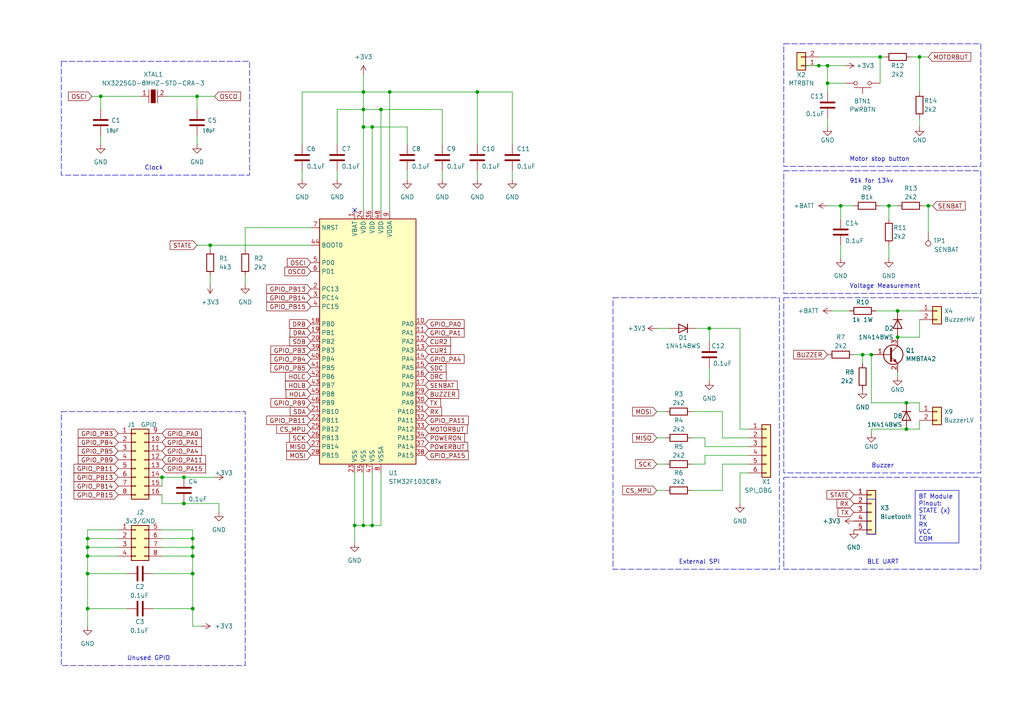
<source format=kicad_sch>
(kicad_sch (version 20230121) (generator eeschema)
  (paper "A4")
  (title_block (title "RedShift-117.6-LogicBoard-F103") (date "08.12.2023") (rev "0.1"))
  (lib_symbols
    (symbol "Connector:TestPoint" (pin_numbers hide) (pin_names (offset 0.762) hide)
      (property "Reference" "TP" (at 0 6.858 0))
      (property "Value" "TestPoint" (at 0 5.08 0))
      (symbol "TestPoint_0_1"
        (circle (center 0 3.302) (radius 0.762))
      )
      (symbol "TestPoint_1_1"
        (pin passive line (at 0 0 90) (length 2.54) (name "1") (number "1"))
      )
    )
    (symbol "Connector_Generic:Conn_01x02" (pin_names (offset 1.016) hide)
      (property "Reference" "J" (at 0 2.54 0))
      (property "Value" "Conn_01x02" (at 0 -5.08 0))
      (symbol "Conn_01x02_1_1"
        (rectangle (start -1.27 -2.413) (end 0 -2.667) (stroke (width 0.1524)))
        (rectangle (start -1.27 0.127) (end 0 -0.127) (stroke (width 0.1524)))
        (rectangle (start -1.27 1.27) (end 1.27 -3.81) (stroke (width 0.254)) (fill (type background)))
        (pin passive line (at -5.08 0 0) (length 3.81) (name "Pin_1") (number "1"))
        (pin passive line (at -5.08 -2.54 0) (length 3.81) (name "Pin_2") (number "2"))
      )
    )
    (symbol "Connector_Generic:Conn_01x05" (pin_names (offset 1.016) hide)
      (property "Reference" "J" (at 0 7.62 0))
      (property "Value" "Conn_01x05" (at 0 -7.62 0))
      (symbol "Conn_01x05_1_1"
        (rectangle (start -1.27 -4.953) (end 0 -5.207) (stroke (width 0.1524)))
        (rectangle (start -1.27 -2.413) (end 0 -2.667) (stroke (width 0.1524)))
        (rectangle (start -1.27 0.127) (end 0 -0.127) (stroke (width 0.1524)))
        (rectangle (start -1.27 2.667) (end 0 2.413) (stroke (width 0.1524)))
        (rectangle (start -1.27 5.207) (end 0 4.953) (stroke (width 0.1524)))
        (rectangle (start -1.27 6.35) (end 1.27 -6.35) (stroke (width 0.254)) (fill (type background)))
        (pin passive line (at -5.08 5.08 0) (length 3.81) (name "Pin_1") (number "1"))
        (pin passive line (at -5.08 2.54 0) (length 3.81) (name "Pin_2") (number "2"))
        (pin passive line (at -5.08 0 0) (length 3.81) (name "Pin_3") (number "3"))
        (pin passive line (at -5.08 -2.54 0) (length 3.81) (name "Pin_4") (number "4"))
        (pin passive line (at -5.08 -5.08 0) (length 3.81) (name "Pin_5") (number "5"))
      )
    )
    (symbol "Connector_Generic:Conn_01x06" (pin_names (offset 1.016) hide)
      (property "Reference" "J" (at 0 7.62 0))
      (property "Value" "Conn_01x06" (at 0 -10.16 0))
      (symbol "Conn_01x06_1_1"
        (rectangle (start -1.27 -7.493) (end 0 -7.747) (stroke (width 0.1524)))
        (rectangle (start -1.27 -4.953) (end 0 -5.207) (stroke (width 0.1524)))
        (rectangle (start -1.27 -2.413) (end 0 -2.667) (stroke (width 0.1524)))
        (rectangle (start -1.27 0.127) (end 0 -0.127) (stroke (width 0.1524)))
        (rectangle (start -1.27 2.667) (end 0 2.413) (stroke (width 0.1524)))
        (rectangle (start -1.27 5.207) (end 0 4.953) (stroke (width 0.1524)))
        (rectangle (start -1.27 6.35) (end 1.27 -8.89) (stroke (width 0.254)) (fill (type background)))
        (pin passive line (at -5.08 5.08 0) (length 3.81) (name "Pin_1") (number "1"))
        (pin passive line (at -5.08 2.54 0) (length 3.81) (name "Pin_2") (number "2"))
        (pin passive line (at -5.08 0 0) (length 3.81) (name "Pin_3") (number "3"))
        (pin passive line (at -5.08 -2.54 0) (length 3.81) (name "Pin_4") (number "4"))
        (pin passive line (at -5.08 -5.08 0) (length 3.81) (name "Pin_5") (number "5"))
        (pin passive line (at -5.08 -7.62 0) (length 3.81) (name "Pin_6") (number "6"))
      )
    )
    (symbol "Connector_Generic:Conn_02x04_Top_Bottom" (pin_names (offset 1.016) hide)
      (property "Reference" "J" (at 1.27 5.08 0))
      (property "Value" "Conn_02x04_Top_Bottom" (at 1.27 -7.62 0))
      (symbol "Conn_02x04_Top_Bottom_1_1"
        (rectangle (start -1.27 -4.953) (end 0 -5.207) (stroke (width 0.1524)))
        (rectangle (start -1.27 -2.413) (end 0 -2.667) (stroke (width 0.1524)))
        (rectangle (start -1.27 0.127) (end 0 -0.127) (stroke (width 0.1524)))
        (rectangle (start -1.27 2.667) (end 0 2.413) (stroke (width 0.1524)))
        (rectangle (start -1.27 3.81) (end 3.81 -6.35) (stroke (width 0.254)) (fill (type background)))
        (rectangle (start 3.81 -4.953) (end 2.54 -5.207) (stroke (width 0.1524)))
        (rectangle (start 3.81 -2.413) (end 2.54 -2.667) (stroke (width 0.1524)))
        (rectangle (start 3.81 0.127) (end 2.54 -0.127) (stroke (width 0.1524)))
        (rectangle (start 3.81 2.667) (end 2.54 2.413) (stroke (width 0.1524)))
        (pin passive line (at -5.08 2.54 0) (length 3.81) (name "Pin_1") (number "1"))
        (pin passive line (at -5.08 0 0) (length 3.81) (name "Pin_2") (number "2"))
        (pin passive line (at -5.08 -2.54 0) (length 3.81) (name "Pin_3") (number "3"))
        (pin passive line (at -5.08 -5.08 0) (length 3.81) (name "Pin_4") (number "4"))
        (pin passive line (at 7.62 2.54 180) (length 3.81) (name "Pin_5") (number "5"))
        (pin passive line (at 7.62 0 180) (length 3.81) (name "Pin_6") (number "6"))
        (pin passive line (at 7.62 -2.54 180) (length 3.81) (name "Pin_7") (number "7"))
        (pin passive line (at 7.62 -5.08 180) (length 3.81) (name "Pin_8") (number "8"))
      )
    )
    (symbol "Connector_Generic:Conn_02x08_Top_Bottom" (pin_names (offset 1.016) hide)
      (property "Reference" "J" (at 1.27 10.16 0))
      (property "Value" "Conn_02x08_Top_Bottom" (at 1.27 -12.7 0))
      (symbol "Conn_02x08_Top_Bottom_1_1"
        (rectangle (start -1.27 -10.033) (end 0 -10.287) (stroke (width 0.1524)))
        (rectangle (start -1.27 -7.493) (end 0 -7.747) (stroke (width 0.1524)))
        (rectangle (start -1.27 -4.953) (end 0 -5.207) (stroke (width 0.1524)))
        (rectangle (start -1.27 -2.413) (end 0 -2.667) (stroke (width 0.1524)))
        (rectangle (start -1.27 0.127) (end 0 -0.127) (stroke (width 0.1524)))
        (rectangle (start -1.27 2.667) (end 0 2.413) (stroke (width 0.1524)))
        (rectangle (start -1.27 5.207) (end 0 4.953) (stroke (width 0.1524)))
        (rectangle (start -1.27 7.747) (end 0 7.493) (stroke (width 0.1524)))
        (rectangle (start -1.27 8.89) (end 3.81 -11.43) (stroke (width 0.254)) (fill (type background)))
        (rectangle (start 3.81 -10.033) (end 2.54 -10.287) (stroke (width 0.1524)))
        (rectangle (start 3.81 -7.493) (end 2.54 -7.747) (stroke (width 0.1524)))
        (rectangle (start 3.81 -4.953) (end 2.54 -5.207) (stroke (width 0.1524)))
        (rectangle (start 3.81 -2.413) (end 2.54 -2.667) (stroke (width 0.1524)))
        (rectangle (start 3.81 0.127) (end 2.54 -0.127) (stroke (width 0.1524)))
        (rectangle (start 3.81 2.667) (end 2.54 2.413) (stroke (width 0.1524)))
        (rectangle (start 3.81 5.207) (end 2.54 4.953) (stroke (width 0.1524)))
        (rectangle (start 3.81 7.747) (end 2.54 7.493) (stroke (width 0.1524)))
        (pin passive line (at -5.08 7.62 0) (length 3.81) (name "Pin_1") (number "1"))
        (pin passive line (at 7.62 5.08 180) (length 3.81) (name "Pin_10") (number "10"))
        (pin passive line (at 7.62 2.54 180) (length 3.81) (name "Pin_11") (number "11"))
        (pin passive line (at 7.62 0 180) (length 3.81) (name "Pin_12") (number "12"))
        (pin passive line (at 7.62 -2.54 180) (length 3.81) (name "Pin_13") (number "13"))
        (pin passive line (at 7.62 -5.08 180) (length 3.81) (name "Pin_14") (number "14"))
        (pin passive line (at 7.62 -7.62 180) (length 3.81) (name "Pin_15") (number "15"))
        (pin passive line (at 7.62 -10.16 180) (length 3.81) (name "Pin_16") (number "16"))
        (pin passive line (at -5.08 5.08 0) (length 3.81) (name "Pin_2") (number "2"))
        (pin passive line (at -5.08 2.54 0) (length 3.81) (name "Pin_3") (number "3"))
        (pin passive line (at -5.08 0 0) (length 3.81) (name "Pin_4") (number "4"))
        (pin passive line (at -5.08 -2.54 0) (length 3.81) (name "Pin_5") (number "5"))
        (pin passive line (at -5.08 -5.08 0) (length 3.81) (name "Pin_6") (number "6"))
        (pin passive line (at -5.08 -7.62 0) (length 3.81) (name "Pin_7") (number "7"))
        (pin passive line (at -5.08 -10.16 0) (length 3.81) (name "Pin_8") (number "8"))
        (pin passive line (at 7.62 7.62 180) (length 3.81) (name "Pin_9") (number "9"))
      )
    )
    (symbol "Device:C" (pin_numbers hide) (pin_names (offset 0.254))
      (property "Reference" "C" (at 0.635 2.54 0))
      (property "Value" "C" (at 0.635 -2.54 0))
      (symbol "C_0_1"
        (polyline (pts (xy -2.032 -0.762) (xy 2.032 -0.762)) (stroke (width 0.508)))
        (polyline (pts (xy -2.032 0.762) (xy 2.032 0.762)) (stroke (width 0.508)))
      )
      (symbol "C_1_1"
        (pin passive line (at 0 3.81 270) (length 2.794) (name "~") (number "1"))
        (pin passive line (at 0 -3.81 90) (length 2.794) (name "~") (number "2"))
      )
    )
    (symbol "Device:R" (pin_numbers hide) (pin_names (offset 0))
      (property "Reference" "R" (at 2.032 0 90))
      (property "Value" "R" (at 0 0 90))
      (symbol "R_0_1"
        (rectangle (start -1.016 -2.54) (end 1.016 2.54) (stroke (width 0.254)))
      )
      (symbol "R_1_1"
        (pin passive line (at 0 3.81 270) (length 1.27) (name "~") (number "1"))
        (pin passive line (at 0 -3.81 90) (length 1.27) (name "~") (number "2"))
      )
    )
    (symbol "Diode:1N4148WS" (pin_numbers hide) (pin_names hide)
      (property "Reference" "D" (at 0 2.54 0))
      (property "Value" "1N4148WS" (at 0 -2.54 0))
      (symbol "1N4148WS_0_1"
        (polyline (pts (xy -1.27 1.27) (xy -1.27 -1.27)) (stroke (width 0.254)))
        (polyline (pts (xy 1.27 0) (xy -1.27 0)))
        (polyline (pts (xy 1.27 1.27) (xy 1.27 -1.27) (xy -1.27 0) (xy 1.27 1.27)) (stroke (width 0.254)))
      )
      (symbol "1N4148WS_1_1"
        (pin passive line (at -3.81 0 0) (length 2.54) (name "K") (number "1"))
        (pin passive line (at 3.81 0 180) (length 2.54) (name "A") (number "2"))
      )
    )
    (symbol "MCU_ST_STM32F1:STM32F103C8Tx"
      (property "Reference" "U" (at -15.24 36.83 0))
      (property "Value" "STM32F103C8Tx" (at 7.62 36.83 0))
      (symbol "STM32F103C8Tx_0_1"
        (rectangle (start -15.24 -35.56) (end 12.7 35.56) (stroke (width 0.254)) (fill (type background)))
      )
      (symbol "STM32F103C8Tx_1_1"
        (pin power_in line (at -5.08 38.1 270) (length 2.54) (name "VBAT") (number "1"))
        (pin bidirectional line (at 15.24 5.08 180) (length 2.54) (name "PA0") (number "10"))
        (pin bidirectional line (at 15.24 2.54 180) (length 2.54) (name "PA1") (number "11"))
        (pin bidirectional line (at 15.24 0 180) (length 2.54) (name "PA2") (number "12"))
        (pin bidirectional line (at 15.24 -2.54 180) (length 2.54) (name "PA3") (number "13"))
        (pin bidirectional line (at 15.24 -5.08 180) (length 2.54) (name "PA4") (number "14"))
        (pin bidirectional line (at 15.24 -7.62 180) (length 2.54) (name "PA5") (number "15"))
        (pin bidirectional line (at 15.24 -10.16 180) (length 2.54) (name "PA6") (number "16"))
        (pin bidirectional line (at 15.24 -12.7 180) (length 2.54) (name "PA7") (number "17"))
        (pin bidirectional line (at -17.78 5.08 0) (length 2.54) (name "PB0") (number "18"))
        (pin bidirectional line (at -17.78 2.54 0) (length 2.54) (name "PB1") (number "19"))
        (pin bidirectional line (at -17.78 15.24 0) (length 2.54) (name "PC13") (number "2"))
        (pin bidirectional line (at -17.78 0 0) (length 2.54) (name "PB2") (number "20"))
        (pin bidirectional line (at -17.78 -20.32 0) (length 2.54) (name "PB10") (number "21"))
        (pin bidirectional line (at -17.78 -22.86 0) (length 2.54) (name "PB11") (number "22"))
        (pin power_in line (at -5.08 -38.1 90) (length 2.54) (name "VSS") (number "23"))
        (pin power_in line (at -2.54 38.1 270) (length 2.54) (name "VDD") (number "24"))
        (pin bidirectional line (at -17.78 -25.4 0) (length 2.54) (name "PB12") (number "25"))
        (pin bidirectional line (at -17.78 -27.94 0) (length 2.54) (name "PB13") (number "26"))
        (pin bidirectional line (at -17.78 -30.48 0) (length 2.54) (name "PB14") (number "27"))
        (pin bidirectional line (at -17.78 -33.02 0) (length 2.54) (name "PB15") (number "28"))
        (pin bidirectional line (at 15.24 -15.24 180) (length 2.54) (name "PA8") (number "29"))
        (pin bidirectional line (at -17.78 12.7 0) (length 2.54) (name "PC14") (number "3"))
        (pin bidirectional line (at 15.24 -17.78 180) (length 2.54) (name "PA9") (number "30"))
        (pin bidirectional line (at 15.24 -20.32 180) (length 2.54) (name "PA10") (number "31"))
        (pin bidirectional line (at 15.24 -22.86 180) (length 2.54) (name "PA11") (number "32"))
        (pin bidirectional line (at 15.24 -25.4 180) (length 2.54) (name "PA12") (number "33"))
        (pin bidirectional line (at 15.24 -27.94 180) (length 2.54) (name "PA13") (number "34"))
        (pin power_in line (at -2.54 -38.1 90) (length 2.54) (name "VSS") (number "35"))
        (pin power_in line (at 0 38.1 270) (length 2.54) (name "VDD") (number "36"))
        (pin bidirectional line (at 15.24 -30.48 180) (length 2.54) (name "PA14") (number "37"))
        (pin bidirectional line (at 15.24 -33.02 180) (length 2.54) (name "PA15") (number "38"))
        (pin bidirectional line (at -17.78 -2.54 0) (length 2.54) (name "PB3") (number "39"))
        (pin bidirectional line (at -17.78 10.16 0) (length 2.54) (name "PC15") (number "4"))
        (pin bidirectional line (at -17.78 -5.08 0) (length 2.54) (name "PB4") (number "40"))
        (pin bidirectional line (at -17.78 -7.62 0) (length 2.54) (name "PB5") (number "41"))
        (pin bidirectional line (at -17.78 -10.16 0) (length 2.54) (name "PB6") (number "42"))
        (pin bidirectional line (at -17.78 -12.7 0) (length 2.54) (name "PB7") (number "43"))
        (pin input line (at -17.78 27.94 0) (length 2.54) (name "BOOT0") (number "44"))
        (pin bidirectional line (at -17.78 -15.24 0) (length 2.54) (name "PB8") (number "45"))
        (pin bidirectional line (at -17.78 -17.78 0) (length 2.54) (name "PB9") (number "46"))
        (pin power_in line (at 0 -38.1 90) (length 2.54) (name "VSS") (number "47"))
        (pin power_in line (at 2.54 38.1 270) (length 2.54) (name "VDD") (number "48"))
        (pin input line (at -17.78 22.86 0) (length 2.54) (name "PD0") (number "5"))
        (pin input line (at -17.78 20.32 0) (length 2.54) (name "PD1") (number "6"))
        (pin input line (at -17.78 33.02 0) (length 2.54) (name "NRST") (number "7"))
        (pin power_in line (at 2.54 -38.1 90) (length 2.54) (name "VSSA") (number "8"))
        (pin power_in line (at 5.08 38.1 270) (length 2.54) (name "VDDA") (number "9"))
      )
    )
    (symbol "Switch:SW_Push" (pin_numbers hide) (pin_names (offset 1.016) hide)
      (property "Reference" "SW" (at 1.27 2.54 0))
      (property "Value" "SW_Push" (at 0 -1.524 0))
      (symbol "SW_Push_0_1"
        (circle (center -2.032 0) (radius 0.508))
        (polyline (pts (xy 0 1.27) (xy 0 3.048)))
        (polyline (pts (xy 2.54 1.27) (xy -2.54 1.27)))
        (circle (center 2.032 0) (radius 0.508))
        (pin passive line (at -5.08 0 0) (length 2.54) (name "1") (number "1"))
        (pin passive line (at 5.08 0 180) (length 2.54) (name "2") (number "2"))
      )
    )
    (symbol "Transistor_BJT:MMBTA42" (pin_names (offset 0) hide)
      (property "Reference" "Q" (at 5.08 1.905 0))
      (property "Value" "MMBTA42" (at 5.08 0 0))
      (symbol "MMBTA42_0_1"
        (polyline (pts (xy 0 0) (xy 0.635 0)))
        (polyline (pts (xy 0.635 0.635) (xy 2.54 2.54)))
        (polyline (pts (xy 0.635 -0.635) (xy 2.54 -2.54) (xy 2.54 -2.54)))
        (polyline (pts (xy 0.635 1.905) (xy 0.635 -1.905) (xy 0.635 -1.905)) (stroke (width 0.508)))
        (polyline (pts (xy 1.27 -1.778) (xy 1.778 -1.27) (xy 2.286 -2.286) (xy 1.27 -1.778) (xy 1.27 -1.778)) (fill (type outline)))
        (circle (center 1.27 0) (radius 2.8194) (stroke (width 0.254)))
      )
      (symbol "MMBTA42_1_1"
        (pin input line (at -5.08 0 0) (length 5.08) (name "B") (number "1"))
        (pin passive line (at 2.54 -5.08 90) (length 2.54) (name "E") (number "2"))
        (pin passive line (at 2.54 5.08 270) (length 2.54) (name "C") (number "3"))
      )
    )
    (symbol "dk_Crystals:NX3225GD-8MHZ-STD-CRA-3" (pin_names (offset 1.016))
      (property "Reference" "XTAL" (at 0 3.81 0))
      (property "Value" "NX3225GD-8MHZ-STD-CRA-3" (at 0 -3.81 0))
      (symbol "NX3225GD-8MHZ-STD-CRA-3_1_1"
        (rectangle (start -0.635 1.905) (end 0.635 -1.905) (fill (type outline)))
        (polyline (pts (xy -1.27 1.905) (xy -1.27 -1.905)))
        (polyline (pts (xy 1.27 1.905) (xy 1.27 -1.905)))
        (pin bidirectional line (at -3.81 0 0) (length 2.54) (name "~") (number "1"))
        (pin bidirectional line (at 3.81 0 180) (length 2.54) (name "~") (number "2"))
      )
    )
    (symbol "power:+3V3" (power) (pin_names (offset 0))
      (property "Value" "+3V3" (at 0 3.556 0))
      (symbol "+3V3_0_1"
        (polyline (pts (xy -0.762 1.27) (xy 0 2.54)))
        (polyline (pts (xy 0 0) (xy 0 2.54)))
        (polyline (pts (xy 0 2.54) (xy 0.762 1.27)))
      )
      (symbol "+3V3_1_1"
        (pin power_in line (at 0 0 90) (length 0) hide (name "+3V3") (number "1"))
      )
    )
    (symbol "power:+BATT" (power) (pin_names (offset 0))
      (property "Value" "+BATT" (at 0 3.556 0))
      (symbol "+BATT_0_1"
        (polyline (pts (xy -0.762 1.27) (xy 0 2.54)))
        (polyline (pts (xy 0 0) (xy 0 2.54)))
        (polyline (pts (xy 0 2.54) (xy 0.762 1.27)))
      )
      (symbol "+BATT_1_1"
        (pin power_in line (at 0 0 90) (length 0) hide (name "+BATT") (number "1"))
      )
    )
    (symbol "power:GND" (power) (pin_names (offset 0))
      (property "Value" "GND" (at 0 -3.81 0))
      (symbol "GND_0_1"
        (polyline (pts (xy 0 0) (xy 0 -1.27) (xy 1.27 -1.27) (xy 0 -2.54) (xy -1.27 -1.27) (xy 0 -1.27)))
      )
      (symbol "GND_1_1"
        (pin power_in line (at 0 0 270) (length 0) hide (name "GND") (number "1"))
      )
    )
  )
  (junction (at 55.88 156.21))
  (junction (at 55.88 176.53))
  (junction (at 110.49 31.75))
  (junction (at 25.4 166.37))
  (junction (at 260.35 90.17))
  (junction (at 262.89 116.84))
  (junction (at 107.95 152.4))
  (junction (at 105.41 152.4))
  (junction (at 252.73 102.87))
  (junction (at 138.43 26.67))
  (junction (at 55.88 161.29))
  (junction (at 105.41 36.83))
  (junction (at 250.19 102.87))
  (junction (at 25.4 176.53))
  (junction (at 260.35 97.79))
  (junction (at 113.03 26.67))
  (junction (at 240.03 19.05))
  (junction (at 107.95 36.83))
  (junction (at 266.7 16.51))
  (junction (at 60.96 71.12))
  (junction (at 262.89 124.46))
  (junction (at 55.88 158.75))
  (junction (at 57.15 27.94))
  (junction (at 53.34 138.43))
  (junction (at 53.34 146.05))
  (junction (at 102.87 152.4))
  (junction (at 205.74 95.25))
  (junction (at 25.4 156.21))
  (junction (at 105.41 26.67))
  (junction (at 269.24 59.69))
  (junction (at 243.84 59.69))
  (junction (at 257.81 59.69))
  (junction (at 240.03 24.13))
  (junction (at 237.49 19.05))
  (junction (at 25.4 161.29))
  (junction (at 105.41 31.75))
  (junction (at 255.27 16.51))
  (junction (at 46.99 138.43))
  (junction (at 25.4 158.75))
  (junction (at 29.21 27.94))
  (junction (at 55.88 166.37))
  (no_connect (at 102.87 60.96))
  (wire (pts (xy 128.27 31.75) (xy 128.27 41.91)))
  (wire (pts (xy 240.03 19.05) (xy 245.11 19.05)))
  (wire (pts (xy 55.88 156.21) (xy 55.88 158.75)))
  (wire (pts (xy 105.41 36.83) (xy 107.95 36.83)))
  (wire (pts (xy 255.27 16.51) (xy 256.54 16.51)))
  (wire (pts (xy 241.3 90.17) (xy 246.38 90.17)))
  (wire (pts (xy 107.95 137.16) (xy 107.95 152.4)))
  (wire (pts (xy 97.79 41.91) (xy 97.79 31.75)))
  (wire (pts (xy 55.88 156.21) (xy 46.99 156.21)))
  (wire (pts (xy 264.16 16.51) (xy 266.7 16.51)))
  (wire (pts (xy 266.7 121.92) (xy 266.7 124.46)))
  (wire (pts (xy 266.7 116.84) (xy 266.7 119.38)))
  (wire (pts (xy 266.7 16.51) (xy 269.24 16.51)))
  (wire (pts (xy 252.73 124.46) (xy 252.73 125.73)))
  (wire (pts (xy 243.84 71.12) (xy 243.84 74.93)))
  (wire (pts (xy 128.27 49.53) (xy 128.27 52.07)))
  (wire (pts (xy 25.4 156.21) (xy 25.4 158.75)))
  (wire (pts (xy 57.15 27.94) (xy 62.23 27.94)))
  (wire (pts (xy 260.35 97.79) (xy 266.7 97.79)))
  (wire (pts (xy 55.88 161.29) (xy 46.99 161.29)))
  (wire (pts (xy 25.4 153.67) (xy 25.4 156.21)))
  (wire (pts (xy 113.03 26.67) (xy 138.43 26.67)))
  (wire (pts (xy 204.47 127) (xy 204.47 129.54)))
  (wire (pts (xy 60.96 71.12) (xy 90.17 71.12)))
  (wire (pts (xy 148.59 49.53) (xy 148.59 52.07)))
  (wire (pts (xy 205.74 106.68) (xy 205.74 110.49)))
  (wire (pts (xy 209.55 119.38) (xy 209.55 127)))
  (wire (pts (xy 269.24 59.69) (xy 270.51 59.69)))
  (wire (pts (xy 200.66 127) (xy 204.47 127)))
  (wire (pts (xy 252.73 116.84) (xy 252.73 102.87)))
  (wire (pts (xy 97.79 49.53) (xy 97.79 52.07)))
  (wire (pts (xy 25.4 166.37) (xy 25.4 161.29)))
  (wire (pts (xy 269.24 59.69) (xy 269.24 67.31)))
  (wire (pts (xy 254 90.17) (xy 260.35 90.17)))
  (wire (pts (xy 44.45 176.53) (xy 55.88 176.53)))
  (wire (pts (xy 57.15 27.94) (xy 57.15 31.75)))
  (wire (pts (xy 105.41 21.59) (xy 105.41 26.67)))
  (wire (pts (xy 237.49 16.51) (xy 255.27 16.51)))
  (wire (pts (xy 71.12 72.39) (xy 71.12 66.04)))
  (wire (pts (xy 102.87 137.16) (xy 102.87 152.4)))
  (wire (pts (xy 25.4 181.61) (xy 25.4 176.53)))
  (wire (pts (xy 105.41 26.67) (xy 113.03 26.67)))
  (wire (pts (xy 190.5 142.24) (xy 193.04 142.24)))
  (wire (pts (xy 105.41 26.67) (xy 105.41 31.75)))
  (wire (pts (xy 113.03 26.67) (xy 113.03 60.96)))
  (wire (pts (xy 190.5 95.25) (xy 194.31 95.25)))
  (wire (pts (xy 71.12 80.01) (xy 71.12 82.55)))
  (wire (pts (xy 204.47 134.62) (xy 204.47 132.08)))
  (wire (pts (xy 138.43 49.53) (xy 138.43 52.07)))
  (wire (pts (xy 46.99 146.05) (xy 46.99 143.51)))
  (wire (pts (xy 243.84 59.69) (xy 247.65 59.69)))
  (wire (pts (xy 262.89 116.84) (xy 266.7 116.84)))
  (wire (pts (xy 62.23 138.43) (xy 53.34 138.43)))
  (wire (pts (xy 107.95 152.4) (xy 105.41 152.4)))
  (wire (pts (xy 204.47 129.54) (xy 217.17 129.54)))
  (wire (pts (xy 53.34 146.05) (xy 46.99 146.05)))
  (wire (pts (xy 209.55 127) (xy 217.17 127)))
  (wire (pts (xy 87.63 49.53) (xy 87.63 52.07)))
  (wire (pts (xy 110.49 31.75) (xy 110.49 60.96)))
  (wire (pts (xy 209.55 134.62) (xy 217.17 134.62)))
  (wire (pts (xy 71.12 66.04) (xy 90.17 66.04)))
  (wire (pts (xy 44.45 166.37) (xy 55.88 166.37)))
  (wire (pts (xy 205.74 95.25) (xy 214.63 95.25)))
  (wire (pts (xy 209.55 142.24) (xy 200.66 142.24)))
  (wire (pts (xy 55.88 153.67) (xy 55.88 156.21)))
  (wire (pts (xy 214.63 95.25) (xy 214.63 124.46)))
  (wire (pts (xy 250.19 105.41) (xy 250.19 102.87)))
  (wire (pts (xy 25.4 158.75) (xy 34.29 158.75)))
  (wire (pts (xy 48.26 27.94) (xy 57.15 27.94)))
  (wire (pts (xy 25.4 156.21) (xy 34.29 156.21)))
  (wire (pts (xy 148.59 26.67) (xy 148.59 41.91)))
  (wire (pts (xy 118.11 49.53) (xy 118.11 52.07)))
  (wire (pts (xy 266.7 97.79) (xy 266.7 92.71)))
  (wire (pts (xy 255.27 59.69) (xy 257.81 59.69)))
  (wire (pts (xy 240.03 24.13) (xy 240.03 26.67)))
  (wire (pts (xy 25.4 166.37) (xy 36.83 166.37)))
  (wire (pts (xy 29.21 27.94) (xy 29.21 31.75)))
  (wire (pts (xy 250.19 102.87) (xy 247.65 102.87)))
  (wire (pts (xy 63.5 148.59) (xy 63.5 146.05)))
  (wire (pts (xy 250.19 102.87) (xy 252.73 102.87)))
  (wire (pts (xy 243.84 59.69) (xy 243.84 63.5)))
  (wire (pts (xy 87.63 26.67) (xy 105.41 26.67)))
  (wire (pts (xy 266.7 34.29) (xy 266.7 36.83)))
  (wire (pts (xy 110.49 31.75) (xy 128.27 31.75)))
  (wire (pts (xy 25.4 176.53) (xy 25.4 166.37)))
  (wire (pts (xy 266.7 124.46) (xy 262.89 124.46)))
  (wire (pts (xy 105.41 31.75) (xy 110.49 31.75)))
  (wire (pts (xy 200.66 134.62) (xy 204.47 134.62)))
  (wire (pts (xy 55.88 153.67) (xy 46.99 153.67)))
  (wire (pts (xy 25.4 158.75) (xy 25.4 161.29)))
  (wire (pts (xy 240.03 24.13) (xy 245.11 24.13)))
  (wire (pts (xy 110.49 137.16) (xy 110.49 152.4)))
  (wire (pts (xy 252.73 124.46) (xy 262.89 124.46)))
  (wire (pts (xy 55.88 158.75) (xy 55.88 161.29)))
  (wire (pts (xy 58.42 181.61) (xy 55.88 181.61)))
  (wire (pts (xy 204.47 132.08) (xy 217.17 132.08)))
  (wire (pts (xy 190.5 119.38) (xy 193.04 119.38)))
  (wire (pts (xy 55.88 158.75) (xy 46.99 158.75)))
  (wire (pts (xy 237.49 19.05) (xy 240.03 19.05)))
  (wire (pts (xy 257.81 71.12) (xy 257.81 74.93)))
  (wire (pts (xy 240.03 19.05) (xy 240.03 24.13)))
  (wire (pts (xy 63.5 146.05) (xy 53.34 146.05)))
  (wire (pts (xy 55.88 176.53) (xy 55.88 166.37)))
  (wire (pts (xy 60.96 71.12) (xy 60.96 72.39)))
  (wire (pts (xy 60.96 80.01) (xy 60.96 82.55)))
  (wire (pts (xy 209.55 134.62) (xy 209.55 142.24)))
  (wire (pts (xy 214.63 137.16) (xy 217.17 137.16)))
  (wire (pts (xy 190.5 127) (xy 193.04 127)))
  (wire (pts (xy 97.79 31.75) (xy 105.41 31.75)))
  (wire (pts (xy 25.4 176.53) (xy 36.83 176.53)))
  (wire (pts (xy 260.35 90.17) (xy 266.7 90.17)))
  (wire (pts (xy 138.43 26.67) (xy 148.59 26.67)))
  (wire (pts (xy 102.87 152.4) (xy 105.41 152.4)))
  (wire (pts (xy 57.15 39.37) (xy 57.15 41.91)))
  (wire (pts (xy 118.11 36.83) (xy 118.11 41.91)))
  (wire (pts (xy 55.88 166.37) (xy 55.88 161.29)))
  (wire (pts (xy 105.41 152.4) (xy 105.41 137.16)))
  (wire (pts (xy 266.7 16.51) (xy 266.7 26.67)))
  (wire (pts (xy 214.63 137.16) (xy 214.63 146.05)))
  (wire (pts (xy 107.95 36.83) (xy 107.95 60.96)))
  (wire (pts (xy 138.43 26.67) (xy 138.43 41.91)))
  (wire (pts (xy 46.99 138.43) (xy 46.99 140.97)))
  (wire (pts (xy 240.03 59.69) (xy 243.84 59.69)))
  (wire (pts (xy 257.81 59.69) (xy 260.35 59.69)))
  (wire (pts (xy 87.63 41.91) (xy 87.63 26.67)))
  (wire (pts (xy 260.35 107.95) (xy 260.35 109.22)))
  (wire (pts (xy 105.41 31.75) (xy 105.41 36.83)))
  (wire (pts (xy 262.89 116.84) (xy 252.73 116.84)))
  (wire (pts (xy 190.5 134.62) (xy 193.04 134.62)))
  (wire (pts (xy 107.95 36.83) (xy 118.11 36.83)))
  (wire (pts (xy 267.97 59.69) (xy 269.24 59.69)))
  (wire (pts (xy 105.41 36.83) (xy 105.41 60.96)))
  (wire (pts (xy 257.81 59.69) (xy 257.81 63.5)))
  (wire (pts (xy 25.4 161.29) (xy 34.29 161.29)))
  (wire (pts (xy 25.4 153.67) (xy 34.29 153.67)))
  (wire (pts (xy 255.27 16.51) (xy 255.27 24.13)))
  (wire (pts (xy 214.63 124.46) (xy 217.17 124.46)))
  (wire (pts (xy 102.87 152.4) (xy 102.87 157.48)))
  (wire (pts (xy 201.93 95.25) (xy 205.74 95.25)))
  (wire (pts (xy 55.88 181.61) (xy 55.88 176.53)))
  (wire (pts (xy 53.34 138.43) (xy 46.99 138.43)))
  (wire (pts (xy 26.67 27.94) (xy 29.21 27.94)))
  (wire (pts (xy 110.49 152.4) (xy 107.95 152.4)))
  (wire (pts (xy 233.68 19.05) (xy 237.49 19.05)))
  (wire (pts (xy 29.21 39.37) (xy 29.21 41.91)))
  (wire (pts (xy 29.21 27.94) (xy 40.64 27.94)))
  (wire (pts (xy 205.74 95.25) (xy 205.74 99.06)))
  (wire (pts (xy 200.66 119.38) (xy 209.55 119.38)))
  (wire (pts (xy 57.15 71.12) (xy 60.96 71.12)))
  (wire (pts (xy 240.03 34.29) (xy 240.03 36.83)))
  (rectangle (start 227.33 12.7) (end 284.48 48.26) (stroke (width 0) (type dash)))
  (rectangle (start 17.78 17.78) (end 72.39 50.8) (stroke (width 0) (type dash)))
  (rectangle (start 283.21 166.37) (end 283.21 166.37))
  (rectangle (start 17.78 119.38) (end 71.12 193.04) (stroke (width 0) (type dash)))
  (rectangle (start 177.8 86.36) (end 226.06 165.1) (stroke (width 0) (type dash)))
  (rectangle (start 227.33 86.36) (end 284.48 137.16) (stroke (width 0) (type dash)))
  (rectangle (start 251.46 144.78) (end 254 154.94))
  (rectangle (start 227.33 138.43) (end 284.48 165.1) (stroke (width 0) (type dash)))
  (rectangle (start 227.33 49.53) (end 284.48 85.09) (stroke (width 0) (type dash)))
  (text_box "BT Module Pinout:\nSTATE (x)\nTX\nRX\nVCC\nCOM" (at 265.43 142.24 0) (size 12.7 15.24) (effects (font (size 1.27 1.27)) (justify left top)))
  (text "Motor stop button" (at 246.38 46.99 0) (effects (font (size 1.27 1.27)) (justify left bottom)))
  (text "Clock" (at 41.91 49.53 0) (effects (font (size 1.27 1.27)) (justify left bottom)))
  (text "External SPI" (at 196.85 163.83 0) (effects (font (size 1.27 1.27)) (justify left bottom)))
  (text "Unused GPIO" (at 36.83 191.77 0) (effects (font (size 1.27 1.27)) (justify left bottom)))
  (text "Buzzer" (at 252.73 135.89 0) (effects (font (size 1.27 1.27)) (justify left bottom)))
  (text "BLE UART" (at 251.46 163.83 0) (effects (font (size 1.27 1.27)) (justify left bottom)))
  (text "91k for 134v" (at 246.38 53.34 0) (effects (font (size 1.27 1.27)) (justify left bottom)))
  (text "Voltage Measurement" (at 246.38 83.82 0) (effects (font (size 1.27 1.27)) (justify left bottom)))
  (global_label "OSCO" (shape input) (at 90.17 78.74 180) (property "Intersheetrefs" "${INTERSHEET_REFS}" (effects hide)))
  (global_label "SDC" (shape input) (at 123.19 106.68 0) (property "Intersheetrefs" "${INTERSHEET_REFS}" (effects hide)))
  (global_label "DRB" (shape input) (at 90.17 93.98 180) (property "Intersheetrefs" "${INTERSHEET_REFS}" (effects hide)))
  (global_label "SDB" (shape input) (at 90.17 99.06 180) (property "Intersheetrefs" "${INTERSHEET_REFS}" (effects hide)))
  (global_label "GPIO_PA4" (shape input) (at 123.19 104.14 0) (property "Intersheetrefs" "${INTERSHEET_REFS}" (effects hide)))
  (global_label "HOLA" (shape input) (at 90.17 114.3 180) (property "Intersheetrefs" "${INTERSHEET_REFS}" (effects hide)))
  (global_label "OSCO" (shape input) (at 62.23 27.94 0) (property "Intersheetrefs" "${INTERSHEET_REFS}" (effects hide)))
  (global_label "GPIO_PA4" (shape input) (at 46.99 130.81 0) (property "Intersheetrefs" "${INTERSHEET_REFS}" (effects hide)))
  (global_label "GPIO_PB11" (shape input) (at 34.29 135.89 180) (property "Intersheetrefs" "${INTERSHEET_REFS}" (effects hide)))
  (global_label "TX" (shape input) (at 247.65 148.59 180) (property "Intersheetrefs" "${INTERSHEET_REFS}" (effects hide)))
  (global_label "OSCI" (shape input) (at 90.17 76.2 180) (property "Intersheetrefs" "${INTERSHEET_REFS}" (effects hide)))
  (global_label "CUR2" (shape input) (at 123.19 99.06 0) (property "Intersheetrefs" "${INTERSHEET_REFS}" (effects hide)))
  (global_label "GPIO_PB13" (shape input) (at 34.29 138.43 180) (property "Intersheetrefs" "${INTERSHEET_REFS}" (effects hide)))
  (global_label "MISO" (shape input) (at 90.17 129.54 180) (property "Intersheetrefs" "${INTERSHEET_REFS}" (effects hide)))
  (global_label "STATE" (shape input) (at 57.15 71.12 180) (property "Intersheetrefs" "${INTERSHEET_REFS}" (effects hide)))
  (global_label "GPIO_PB9" (shape input) (at 90.17 116.84 180) (property "Intersheetrefs" "${INTERSHEET_REFS}" (effects hide)))
  (global_label "MISO" (shape input) (at 190.5 127 180) (property "Intersheetrefs" "${INTERSHEET_REFS}" (effects hide)))
  (global_label "MOTORBUT" (shape input) (at 269.24 16.51 0) (property "Intersheetrefs" "${INTERSHEET_REFS}" (effects hide)))
  (global_label "GPIO_PB5" (shape input) (at 90.17 106.68 180) (property "Intersheetrefs" "${INTERSHEET_REFS}" (effects hide)))
  (global_label "GPIO_PA0" (shape input) (at 123.19 93.98 0) (property "Intersheetrefs" "${INTERSHEET_REFS}" (effects hide)))
  (global_label "SDA" (shape input) (at 90.17 119.38 180) (property "Intersheetrefs" "${INTERSHEET_REFS}" (effects hide)))
  (global_label "GPIO_PB11" (shape input) (at 90.17 121.92 180) (property "Intersheetrefs" "${INTERSHEET_REFS}" (effects hide)))
  (global_label "CS_MPU" (shape input) (at 190.5 142.24 180) (property "Intersheetrefs" "${INTERSHEET_REFS}" (effects hide)))
  (global_label "CS_MPU" (shape input) (at 90.17 124.46 180) (property "Intersheetrefs" "${INTERSHEET_REFS}" (effects hide)))
  (global_label "GPIO_PB4" (shape input) (at 34.29 128.27 180) (property "Intersheetrefs" "${INTERSHEET_REFS}" (effects hide)))
  (global_label "GPIO_PB14" (shape input) (at 90.17 86.36 180) (property "Intersheetrefs" "${INTERSHEET_REFS}" (effects hide)))
  (global_label "GPIO_PA15" (shape input) (at 123.19 132.08 0) (property "Intersheetrefs" "${INTERSHEET_REFS}" (effects hide)))
  (global_label "GPIO_PA15" (shape input) (at 46.99 135.89 0) (property "Intersheetrefs" "${INTERSHEET_REFS}" (effects hide)))
  (global_label "GPIO_PB15" (shape input) (at 34.29 143.51 180) (property "Intersheetrefs" "${INTERSHEET_REFS}" (effects hide)))
  (global_label "HOLC" (shape input) (at 90.17 109.22 180) (property "Intersheetrefs" "${INTERSHEET_REFS}" (effects hide)))
  (global_label "RX" (shape input) (at 123.19 119.38 0) (property "Intersheetrefs" "${INTERSHEET_REFS}" (effects hide)))
  (global_label "GPIO_PB3" (shape input) (at 34.29 125.73 180) (property "Intersheetrefs" "${INTERSHEET_REFS}" (effects hide)))
  (global_label "GPIO_PA1" (shape input) (at 123.19 96.52 0) (property "Intersheetrefs" "${INTERSHEET_REFS}" (effects hide)))
  (global_label "SCK" (shape input) (at 90.17 127 180) (property "Intersheetrefs" "${INTERSHEET_REFS}" (effects hide)))
  (global_label "GPIO_PB4" (shape input) (at 90.17 104.14 180) (property "Intersheetrefs" "${INTERSHEET_REFS}" (effects hide)))
  (global_label "CUR1" (shape input) (at 123.19 101.6 0) (property "Intersheetrefs" "${INTERSHEET_REFS}" (effects hide)))
  (global_label "GPIO_PB5" (shape input) (at 34.29 130.81 180) (property "Intersheetrefs" "${INTERSHEET_REFS}" (effects hide)))
  (global_label "SENBAT" (shape input) (at 123.19 111.76 0) (property "Intersheetrefs" "${INTERSHEET_REFS}" (effects hide)))
  (global_label "GPIO_PA11" (shape input) (at 46.99 133.35 0) (property "Intersheetrefs" "${INTERSHEET_REFS}" (effects hide)))
  (global_label "OSCI" (shape input) (at 26.67 27.94 180) (property "Intersheetrefs" "${INTERSHEET_REFS}" (effects hide)))
  (global_label "BUZZER" (shape input) (at 240.03 102.87 180) (property "Intersheetrefs" "${INTERSHEET_REFS}" (effects hide)))
  (global_label "DRC" (shape input) (at 123.19 109.22 0) (property "Intersheetrefs" "${INTERSHEET_REFS}" (effects hide)))
  (global_label "SENBAT" (shape input) (at 270.51 59.69 0) (property "Intersheetrefs" "${INTERSHEET_REFS}" (effects hide)))
  (global_label "MOSI" (shape input) (at 90.17 132.08 180) (property "Intersheetrefs" "${INTERSHEET_REFS}" (effects hide)))
  (global_label "GPIO_PB13" (shape input) (at 90.17 83.82 180) (property "Intersheetrefs" "${INTERSHEET_REFS}" (effects hide)))
  (global_label "GPIO_PB9" (shape input) (at 34.29 133.35 180) (property "Intersheetrefs" "${INTERSHEET_REFS}" (effects hide)))
  (global_label "GPIO_PB14" (shape input) (at 34.29 140.97 180) (property "Intersheetrefs" "${INTERSHEET_REFS}" (effects hide)))
  (global_label "MOTORBUT" (shape input) (at 123.19 124.46 0) (property "Intersheetrefs" "${INTERSHEET_REFS}" (effects hide)))
  (global_label "GPIO_PA0" (shape input) (at 46.99 125.73 0) (property "Intersheetrefs" "${INTERSHEET_REFS}" (effects hide)))
  (global_label "HOLB" (shape input) (at 90.17 111.76 180) (property "Intersheetrefs" "${INTERSHEET_REFS}" (effects hide)))
  (global_label "TX" (shape input) (at 123.19 116.84 0) (property "Intersheetrefs" "${INTERSHEET_REFS}" (effects hide)))
  (global_label "STATE" (shape input) (at 247.65 143.51 180) (property "Intersheetrefs" "${INTERSHEET_REFS}" (effects hide)))
  (global_label "POWERBUT" (shape input) (at 123.19 129.54 0) (property "Intersheetrefs" "${INTERSHEET_REFS}" (effects hide)))
  (global_label "BUZZER" (shape input) (at 123.19 114.3 0) (property "Intersheetrefs" "${INTERSHEET_REFS}" (effects hide)))
  (global_label "SCK" (shape input) (at 190.5 134.62 180) (property "Intersheetrefs" "${INTERSHEET_REFS}" (effects hide)))
  (global_label "POWERON" (shape input) (at 123.19 127 0) (property "Intersheetrefs" "${INTERSHEET_REFS}" (effects hide)))
  (global_label "DRA" (shape input) (at 90.17 96.52 180) (property "Intersheetrefs" "${INTERSHEET_REFS}" (effects hide)))
  (global_label "RX" (shape input) (at 247.65 146.05 180) (property "Intersheetrefs" "${INTERSHEET_REFS}" (effects hide)))
  (global_label "GPIO_PA1" (shape input) (at 46.99 128.27 0) (property "Intersheetrefs" "${INTERSHEET_REFS}" (effects hide)))
  (global_label "MOSI" (shape input) (at 190.5 119.38 180) (property "Intersheetrefs" "${INTERSHEET_REFS}" (effects hide)))
  (global_label "GPIO_PA11" (shape input) (at 123.19 121.92 0) (property "Intersheetrefs" "${INTERSHEET_REFS}" (effects hide)))
  (global_label "GPIO_PB15" (shape input) (at 90.17 88.9 180) (property "Intersheetrefs" "${INTERSHEET_REFS}" (effects hide)))
  (global_label "GPIO_PB3" (shape input) (at 90.17 101.6 180) (property "Intersheetrefs" "${INTERSHEET_REFS}" (effects hide)))
  (symbol (lib_id "Device:R") (at 196.85 142.24 90) (unit 1)
    (property "Reference" "R6" (at 196.85 137.16 90))
    (property "Value" "2k2" (at 196.85 139.7 90))
    (property "Footprint" "Resistor_SMD:R_0603_1608Metric_Pad0.98x0.95mm_HandSolder" (effects hide))
  )
  (symbol (lib_id "Device:C") (at 97.79 45.72 0) (unit 1)
    (property "Reference" "C7" (at 99.06 43.18 0) (effects (justify left)))
    (property "Value" "0.1uF" (at 99.06 48.26 0) (effects (justify left)))
    (property "Footprint" "Capacitor_SMD:C_0603_1608Metric_Pad1.08x0.95mm_HandSolder" (effects hide))
  )
  (symbol (lib_id "Device:R") (at 196.85 134.62 90) (unit 1)
    (property "Reference" "R5" (at 196.85 129.54 90))
    (property "Value" "2k2" (at 196.85 132.08 90))
    (property "Footprint" "Resistor_SMD:R_0603_1608Metric_Pad0.98x0.95mm_HandSolder" (effects hide))
  )
  (symbol (lib_id "power:GND") (at 128.27 52.07 0) (unit 1)
    (property "Reference" "#PWR014" (effects hide))
    (property "Value" "GND" (at 128.27 57.15 0))
  )
  (symbol (lib_id "Device:R") (at 196.85 127 90) (unit 1)
    (property "Reference" "R4" (at 196.85 121.92 90))
    (property "Value" "2k2" (at 196.85 124.46 90))
    (property "Footprint" "Resistor_SMD:R_0603_1608Metric_Pad0.98x0.95mm_HandSolder" (effects hide))
  )
  (symbol (lib_id "power:GND") (at 243.84 74.93 0) (unit 1)
    (property "Reference" "#PWR023" (effects hide))
    (property "Value" "GND" (at 243.84 80.01 0))
  )
  (symbol (lib_id "Device:C") (at 53.34 142.24 0) (unit 1)
    (property "Reference" "C4" (at 54.61 139.7 0) (effects (justify left)))
    (property "Value" "0.1uF" (at 54.61 144.78 0) (effects (justify left)))
    (property "Footprint" "Capacitor_SMD:C_0603_1608Metric_Pad1.08x0.95mm_HandSolder" (effects hide))
  )
  (symbol (lib_id "Diode:1N4148WS") (at 198.12 95.25 180) (unit 1)
    (property "Reference" "D1" (at 198.12 97.9058 0))
    (property "Value" "1N4148WS" (at 198.12 100.33 0))
    (property "Footprint" "Diode_SMD:D_SOD-323" (effects hide))
    (property "Datasheet" "https://www.vishay.com/docs/85751/1n4148ws.pdf" (effects hide))
    (property "Sim.Device" "D" (effects hide))
    (property "Sim.Pins" "1=K 2=A" (effects hide))
  )
  (symbol (lib_id "MCU_ST_STM32F1:STM32F103C8Tx") (at 107.95 99.06 0) (unit 1)
    (property "Reference" "U1" (at 112.6841 137.16 0) (effects (justify left)))
    (property "Value" "STM32F103C8Tx" (at 112.6841 139.7 0) (effects (justify left)))
    (property "Footprint" "Package_QFP:LQFP-48_7x7mm_P0.5mm" (effects hide))
    (property "Datasheet" "http://www.st.com/st-web-ui/static/active/en/resource/technical/document/datasheet/CD00161566.pdf" (effects hide))
  )
  (symbol (lib_id "power:GND") (at 102.87 157.48 0) (unit 1)
    (property "Reference" "#PWR011" (effects hide))
    (property "Value" "GND" (at 102.87 162.56 0))
  )
  (symbol (lib_id "Device:C") (at 40.64 166.37 90) (unit 1)
    (property "Reference" "C2" (at 41.91 170.18 90) (effects (justify left)))
    (property "Value" "0.1uF" (at 43.18 172.72 90) (effects (justify left)))
    (property "Footprint" "Capacitor_SMD:C_0603_1608Metric_Pad1.08x0.95mm_HandSolder" (effects hide))
  )
  (symbol (lib_id "power:+3V3") (at 58.42 181.61 270) (unit 1)
    (property "Reference" "#PWR04" (effects hide))
    (property "Value" "+3V3" (at 62.23 181.61 90) (effects (justify left)))
  )
  (symbol (lib_id "Device:C") (at 205.74 102.87 0) (unit 1)
    (property "Reference" "C12" (at 208.28 100.33 0))
    (property "Value" "0.1uF" (at 209.55 105.41 0))
    (property "Footprint" "Capacitor_SMD:C_0603_1608Metric_Pad1.08x0.95mm_HandSolder" (effects hide))
  )
  (symbol (lib_id "Connector_Generic:Conn_01x02") (at 271.78 90.17 0) (unit 1)
    (property "Reference" "X4" (at 273.812 90.2279 0) (effects (justify left)))
    (property "Value" "BuzzerHV" (at 273.812 92.6521 0) (effects (justify left)))
  )
  (symbol (lib_id "power:GND") (at 25.4 181.61 0) (unit 1)
    (property "Reference" "#PWR01" (effects hide))
    (property "Value" "GND" (at 25.4 186.69 0))
  )
  (symbol (lib_id "power:+BATT") (at 240.03 59.69 90) (unit 1)
    (property "Reference" "#PWR021" (effects hide))
    (property "Value" "+BATT" (at 236.22 59.69 90) (effects (justify left)))
  )
  (symbol (lib_id "Transistor_BJT:MMBTA42") (at 257.81 102.87 0) (unit 1)
    (property "Reference" "Q1" (at 262.6614 101.6579 0) (effects (justify left)))
    (property "Value" "MMBTA42" (at 262.6614 104.0821 0) (effects (justify left)))
    (property "Footprint" "Package_TO_SOT_SMD:SOT-23" (effects hide))
    (property "Datasheet" "https://www.onsemi.com/pub/Collateral/MMBTA42LT1-D.PDF" (effects hide))
  )
  (symbol (lib_id "Connector_Generic:Conn_02x04_Top_Bottom") (at 39.37 156.21 0) (unit 1)
    (property "Reference" "J2" (at 40.64 148.59 0))
    (property "Value" "3v3/GND" (at 40.64 151.13 0))
    (property "Footprint" "Capacitor_SMD:CP_Elec_6.3x7.7" (effects hide))
  )
  (symbol (lib_id "Device:R") (at 266.7 30.48 0) (unit 1)
    (property "Reference" "R14" (at 267.97 29.21 0) (effects (justify left)))
    (property "Value" "2k2" (at 267.97 31.75 0) (effects (justify left)))
    (property "Footprint" "Resistor_SMD:R_0603_1608Metric_Pad0.98x0.95mm_HandSolder" (effects hide))
  )
  (symbol (lib_id "Connector:TestPoint") (at 269.24 67.31 180) (unit 1)
    (property "Reference" "TP1" (at 274.32 69.85 0) (effects (justify left)))
    (property "Value" "SENBAT" (at 278.13 72.39 0) (effects (justify left)))
    (property "Footprint" "TestPoint:TestPoint_Pad_D2.0mm" (effects hide))
  )
  (symbol (lib_id "power:GND") (at 29.21 41.91 0) (unit 1)
    (property "Reference" "#PWR02" (effects hide))
    (property "Value" "GND" (at 29.21 46.99 0))
  )
  (symbol (lib_id "power:GND") (at 57.15 41.91 0) (unit 1)
    (property "Reference" "#PWR03" (effects hide))
    (property "Value" "GND" (at 57.15 46.99 0))
  )
  (symbol (lib_id "power:GND") (at 247.65 153.67 0) (unit 1)
    (property "Reference" "#PWR026" (effects hide))
    (property "Value" "GND" (at 247.65 158.75 0))
  )
  (symbol (lib_id "Device:R") (at 260.35 16.51 90) (unit 1)
    (property "Reference" "R12" (at 260.35 19.05 90))
    (property "Value" "2k2" (at 260.35 21.59 90))
    (property "Footprint" "Resistor_SMD:R_0603_1608Metric_Pad0.98x0.95mm_HandSolder" (effects hide))
  )
  (symbol (lib_id "power:+3V3") (at 62.23 138.43 270) (unit 1)
    (property "Reference" "#PWR06" (effects hide))
    (property "Value" "+3V3" (at 62.23 137.16 90) (effects (justify left)))
  )
  (symbol (lib_id "power:+3V3") (at 245.11 19.05 270) (unit 1)
    (property "Reference" "#PWR024" (effects hide))
    (property "Value" "+3V3" (at 248.285 19.05 90) (effects (justify left)))
  )
  (symbol (lib_id "power:GND") (at 138.43 52.07 0) (unit 1)
    (property "Reference" "#PWR015" (effects hide))
    (property "Value" "GND" (at 138.43 57.15 0))
  )
  (symbol (lib_id "Device:C") (at 29.21 35.56 0) (unit 1)
    (property "Reference" "C1" (at 32.258 34.9249 0) (effects (justify left)))
    (property "Value" "18pF" (at 30.734 37.846 0) (effects (font (size 1 1)) (justify left)))
    (property "Footprint" "Capacitor_SMD:C_0402_1005Metric_Pad0.74x0.62mm_HandSolder" (effects hide))
  )
  (symbol (lib_id "Device:R") (at 243.84 102.87 90) (unit 1)
    (property "Reference" "R7" (at 243.84 97.79 90))
    (property "Value" "2k2" (at 243.84 100.33 90))
    (property "Footprint" "Resistor_SMD:R_0603_1608Metric_Pad0.98x0.95mm_HandSolder" (effects hide))
  )
  (symbol (lib_id "power:GND") (at 266.7 36.83 0) (unit 1)
    (property "Reference" "#PWR030" (effects hide))
    (property "Value" "GND" (at 266.7 40.64 0))
  )
  (symbol (lib_id "power:GND") (at 118.11 52.07 0) (unit 1)
    (property "Reference" "#PWR013" (effects hide))
    (property "Value" "GND" (at 118.11 57.15 0))
  )
  (symbol (lib_id "Connector_Generic:Conn_01x02") (at 271.78 119.38 0) (unit 1)
    (property "Reference" "X9" (at 273.812 119.4379 0) (effects (justify left)))
    (property "Value" "BuzzerLV" (at 273.812 121.8621 0) (effects (justify left)))
  )
  (symbol (lib_id "power:+BATT") (at 241.3 90.17 90) (unit 1)
    (property "Reference" "#PWR022" (effects hide))
    (property "Value" "+BATT" (at 237.49 90.17 90) (effects (justify left)))
  )
  (symbol (lib_id "Device:R") (at 257.81 67.31 0) (unit 1)
    (property "Reference" "R11" (at 259.08 66.04 0) (effects (justify left)))
    (property "Value" "2k2" (at 259.08 68.58 0) (effects (justify left)))
    (property "Footprint" "Resistor_SMD:R_0603_1608Metric_Pad0.98x0.95mm_HandSolder" (effects hide))
  )
  (symbol (lib_id "Switch:SW_Push") (at 250.19 24.13 180) (unit 1)
    (property "Reference" "BTN1" (at 250.19 29.3258 0))
    (property "Value" "PWRBTN" (at 250.19 31.75 0))
    (property "Footprint" "Button_Switch_SMD:SW_SPST_SKQG_WithoutStem" (effects hide))
  )
  (symbol (lib_id "Device:C") (at 118.11 45.72 0) (unit 1)
    (property "Reference" "C8" (at 119.38 43.18 0) (effects (justify left)))
    (property "Value" "0.1uF" (at 119.38 48.26 0) (effects (justify left)))
    (property "Footprint" "Capacitor_SMD:C_0603_1608Metric_Pad1.08x0.95mm_HandSolder" (effects hide))
  )
  (symbol (lib_id "Device:R") (at 196.85 119.38 90) (unit 1)
    (property "Reference" "R3" (at 196.85 114.3 90))
    (property "Value" "2k2" (at 196.85 116.84 90))
    (property "Footprint" "Resistor_SMD:R_0603_1608Metric_Pad0.98x0.95mm_HandSolder" (effects hide))
  )
  (symbol (lib_id "power:GND") (at 240.03 36.83 0) (unit 1)
    (property "Reference" "#PWR020" (effects hide))
    (property "Value" "GND" (at 240.03 40.64 0))
  )
  (symbol (lib_id "Device:C") (at 240.03 30.48 0) (unit 1)
    (property "Reference" "C13" (at 234.95 27.94 0) (effects (justify left)))
    (property "Value" "0.1uF" (at 233.68 33.02 0) (effects (justify left)))
    (property "Footprint" "Capacitor_SMD:C_0603_1608Metric_Pad1.08x0.95mm_HandSolder" (effects hide))
  )
  (symbol (lib_id "power:GND") (at 214.63 146.05 0) (unit 1)
    (property "Reference" "#PWR019" (effects hide))
    (property "Value" "GND" (at 214.63 151.13 0))
  )
  (symbol (lib_id "Device:C") (at 138.43 45.72 0) (unit 1)
    (property "Reference" "C10" (at 139.7 43.18 0) (effects (justify left)))
    (property "Value" "0.1uF" (at 139.7 48.26 0) (effects (justify left)))
    (property "Footprint" "Capacitor_SMD:C_0603_1608Metric_Pad1.08x0.95mm_HandSolder" (effects hide))
  )
  (symbol (lib_id "Diode:1N4148WS") (at 262.89 120.65 270) (unit 1)
    (property "Reference" "D8" (at 259.08 120.65 90) (effects (justify left)))
    (property "Value" "1N4148WS" (at 251.46 123.19 90) (effects (justify left)))
    (property "Footprint" "Diode_SMD:D_SOD-323" (effects hide))
    (property "Datasheet" "https://www.vishay.com/docs/85751/1n4148ws.pdf" (effects hide))
  )
  (symbol (lib_id "power:GND") (at 250.19 113.03 0) (unit 1)
    (property "Reference" "#PWR027" (effects hide))
    (property "Value" "GND" (at 250.19 118.11 0))
  )
  (symbol (lib_id "Device:R") (at 71.12 76.2 0) (unit 1)
    (property "Reference" "R2" (at 73.66 74.93 0) (effects (justify left)))
    (property "Value" "2k2" (at 73.66 77.47 0) (effects (justify left)))
    (property "Footprint" "Resistor_SMD:R_0603_1608Metric_Pad0.98x0.95mm_HandSolder" (effects hide))
  )
  (symbol (lib_id "Device:R") (at 60.96 76.2 0) (unit 1)
    (property "Reference" "R1" (at 63.5 74.93 0) (effects (justify left)))
    (property "Value" "4k3" (at 63.5 77.47 0) (effects (justify left)))
    (property "Footprint" "Resistor_SMD:R_0603_1608Metric_Pad0.98x0.95mm_HandSolder" (effects hide))
  )
  (symbol (lib_id "power:GND") (at 260.35 109.22 0) (unit 1)
    (property "Reference" "#PWR029" (effects hide))
    (property "Value" "GND" (at 260.35 113.03 0))
  )
  (symbol (lib_id "Device:C") (at 148.59 45.72 0) (unit 1)
    (property "Reference" "C11" (at 149.86 43.18 0) (effects (justify left)))
    (property "Value" "0.1uF" (at 149.86 48.26 0) (effects (justify left)))
    (property "Footprint" "Capacitor_SMD:C_0603_1608Metric_Pad1.08x0.95mm_HandSolder" (effects hide))
  )
  (symbol (lib_id "Device:R") (at 251.46 59.69 90) (unit 1)
    (property "Reference" "R9" (at 251.46 54.61 90))
    (property "Value" "81k" (at 251.46 57.15 90))
    (property "Footprint" "Resistor_SMD:R_0603_1608Metric_Pad0.98x0.95mm_HandSolder" (effects hide))
  )
  (symbol (lib_id "power:+3V3") (at 247.65 151.13 90) (unit 1)
    (property "Reference" "#PWR025" (effects hide))
    (property "Value" "+3V3" (at 243.84 151.13 90) (effects (justify left)))
  )
  (symbol (lib_id "dk_Crystals:NX3225GD-8MHZ-STD-CRA-3") (at 44.45 27.94 0) (unit 1)
    (property "Reference" "XTAL1" (at 44.45 21.59 0))
    (property "Value" "NX3225GD-8MHZ-STD-CRA-3" (at 44.45 24.13 0))
    (property "Footprint" "digikey-footprints:SMD-2_3.2x2.5mm" (effects hide))
    (property "Datasheet" "http://www.ndk.com/images/products/catalog/c_NX3225GD-STD-CRA-3_e.pdf" (effects hide))
    (property "Digi-Key_PN" "644-1178-1-ND" (effects hide))
    (property "MPN" "NX3225GD-8MHZ-STD-CRA-3" (effects hide))
    (property "Category" "Crystals, Oscillators, Resonators" (effects hide))
    (property "Family" "Crystals" (effects hide))
    (property "DK_Datasheet_Link" "http://www.ndk.com/images/products/catalog/c_NX3225GD-STD-CRA-3_e.pdf" (effects hide))
    (property "DK_Detail_Page" "/product-detail/en/ndk-america-inc/NX3225GD-8MHZ-STD-CRA-3/644-1178-1-ND/3125567" (effects hide))
    (property "Description" "CRYSTAL 8.0000MHZ 8PF SMD" (effects hide))
    (property "Manufacturer" "NDK America, Inc." (effects hide))
    (property "Status" "Active" (effects hide))
  )
  (symbol (lib_id "Device:C") (at 57.15 35.56 0) (unit 1)
    (property "Reference" "C5" (at 60.198 34.9249 0) (effects (justify left)))
    (property "Value" "18pF" (at 58.674 37.846 0) (effects (font (size 1 1)) (justify left)))
    (property "Footprint" "Capacitor_SMD:C_0402_1005Metric_Pad0.74x0.62mm_HandSolder" (effects hide))
  )
  (symbol (lib_id "Device:C") (at 243.84 67.31 0) (unit 1)
    (property "Reference" "C14" (at 245.11 64.77 0) (effects (justify left)))
    (property "Value" "0.1uF" (at 245.11 69.85 0) (effects (justify left)))
    (property "Footprint" "Capacitor_SMD:C_0805_2012Metric_Pad1.18x1.45mm_HandSolder" (effects hide))
  )
  (symbol (lib_id "Device:R") (at 264.16 59.69 90) (unit 1)
    (property "Reference" "R13" (at 264.16 54.61 90))
    (property "Value" "2k2" (at 264.16 57.15 90))
    (property "Footprint" "Resistor_SMD:R_0603_1608Metric_Pad0.98x0.95mm_HandSolder" (effects hide))
  )
  (symbol (lib_id "power:GND") (at 205.74 110.49 0) (unit 1)
    (property "Reference" "#PWR018" (effects hide))
    (property "Value" "GND" (at 205.74 115.57 0))
  )
  (symbol (lib_id "power:GND") (at 87.63 52.07 0) (unit 1)
    (property "Reference" "#PWR09" (effects hide))
    (property "Value" "GND" (at 87.63 57.15 0))
  )
  (symbol (lib_id "power:+3V3") (at 190.5 95.25 90) (unit 1)
    (property "Reference" "#PWR017" (effects hide))
    (property "Value" "+3V3" (at 187.325 95.25 90) (effects (justify left)))
  )
  (symbol (lib_id "Connector_Generic:Conn_01x05") (at 252.73 148.59 0) (unit 1)
    (property "Reference" "X3" (at 255.27 147.32 0) (effects (justify left)))
    (property "Value" "Bluetooth" (at 255.27 149.86 0) (effects (justify left)))
  )
  (symbol (lib_id "Connector_Generic:Conn_02x08_Top_Bottom") (at 39.37 133.35 0) (unit 1)
    (property "Reference" "J1" (at 38.1 123.19 0))
    (property "Value" "GPIO" (at 43.18 123.19 0))
    (property "Footprint" "Capacitor_SMD:CP_Elec_10x10.5" (effects hide))
  )
  (symbol (lib_id "power:+3V3") (at 60.96 82.55 180) (unit 1)
    (property "Reference" "#PWR05" (effects hide))
    (property "Value" "+3V3" (at 60.96 87.63 0))
  )
  (symbol (lib_id "Connector_Generic:Conn_01x06") (at 222.25 129.54 0) (unit 1)
    (property "Reference" "X1" (at 220.98 139.7 0) (effects (justify left)))
    (property "Value" "SPI_DBG" (at 215.9 142.24 0) (effects (justify left)))
  )
  (symbol (lib_id "power:GND") (at 71.12 82.55 0) (unit 1)
    (property "Reference" "#PWR08" (effects hide))
    (property "Value" "GND" (at 71.12 87.63 0))
  )
  (symbol (lib_id "Diode:1N4148WS") (at 260.35 93.98 270) (unit 1)
    (property "Reference" "D2" (at 256.54 95.25 90) (effects (justify left)))
    (property "Value" "1N4148WS" (at 248.92 97.79 90) (effects (justify left)))
    (property "Footprint" "Diode_SMD:D_SOD-323" (effects hide))
    (property "Datasheet" "https://www.vishay.com/docs/85751/1n4148ws.pdf" (effects hide))
  )
  (symbol (lib_id "Connector_Generic:Conn_01x02") (at 232.41 19.05 180) (unit 1)
    (property "Reference" "X2" (at 232.41 21.7058 0))
    (property "Value" "MTRBTN" (at 232.41 24.13 0))
  )
  (symbol (lib_id "power:GND") (at 257.81 74.93 0) (unit 1)
    (property "Reference" "#PWR028" (effects hide))
    (property "Value" "GND" (at 257.81 80.01 0))
  )
  (symbol (lib_id "Device:C") (at 128.27 45.72 0) (unit 1)
    (property "Reference" "C9" (at 129.54 43.18 0) (effects (justify left)))
    (property "Value" "0.1uF" (at 129.54 48.26 0) (effects (justify left)))
    (property "Footprint" "Capacitor_SMD:C_0603_1608Metric_Pad1.08x0.95mm_HandSolder" (effects hide))
  )
  (symbol (lib_id "power:GND") (at 252.73 125.73 0) (unit 1)
    (property "Reference" "#PWR087" (effects hide))
    (property "Value" "GND" (at 252.73 129.54 0))
  )
  (symbol (lib_id "power:GND") (at 148.59 52.07 0) (unit 1)
    (property "Reference" "#PWR016" (effects hide))
    (property "Value" "GND" (at 148.59 57.15 0))
  )
  (symbol (lib_id "power:GND") (at 97.79 52.07 0) (unit 1)
    (property "Reference" "#PWR010" (effects hide))
    (property "Value" "GND" (at 97.79 57.15 0))
  )
  (symbol (lib_id "power:+3V3") (at 105.41 21.59 0) (unit 1)
    (property "Reference" "#PWR012" (effects hide))
    (property "Value" "+3V3" (at 105.41 16.51 0))
  )
  (symbol (lib_id "Device:R") (at 250.19 109.22 0) (unit 1)
    (property "Reference" "R8" (at 245.11 107.95 0) (effects (justify left)))
    (property "Value" "2k2" (at 243.84 110.49 0) (effects (justify left)))
    (property "Footprint" "Resistor_SMD:R_0603_1608Metric_Pad0.98x0.95mm_HandSolder" (effects hide))
  )
  (symbol (lib_id "power:GND") (at 63.5 148.59 0) (unit 1)
    (property "Reference" "#PWR07" (effects hide))
    (property "Value" "GND" (at 63.5 153.67 0))
  )
  (symbol (lib_id "Device:C") (at 40.64 176.53 90) (unit 1)
    (property "Reference" "C3" (at 41.91 180.34 90) (effects (justify left)))
    (property "Value" "0.1uF" (at 43.18 182.88 90) (effects (justify left)))
    (property "Footprint" "Capacitor_SMD:C_0603_1608Metric_Pad1.08x0.95mm_HandSolder" (effects hide))
  )
  (symbol (lib_id "Device:R") (at 250.19 90.17 90) (unit 1)
    (property "Reference" "R10" (at 250.19 87.63 90))
    (property "Value" "1k 1W" (at 250.19 92.71 90))
    (property "Footprint" "Resistor_SMD:R_2010_5025Metric_Pad1.40x2.65mm_HandSolder" (effects hide))
  )
  (symbol (lib_id "Device:C") (at 87.63 45.72 0) (unit 1)
    (property "Reference" "C6" (at 88.9 43.18 0) (effects (justify left)))
    (property "Value" "0.1uF" (at 88.9 48.26 0) (effects (justify left)))
    (property "Footprint" "Capacitor_SMD:C_0603_1608Metric_Pad1.08x0.95mm_HandSolder" (effects hide))
  )
)
</source>
